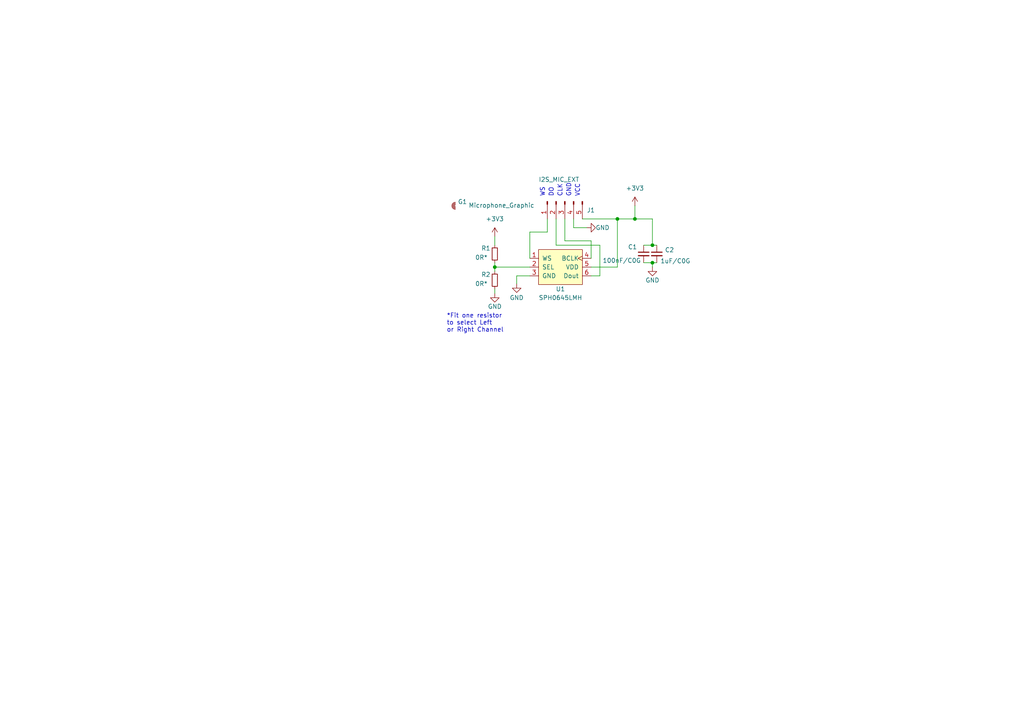
<source format=kicad_sch>
(kicad_sch (version 20211123) (generator eeschema)
  (paper "A4")
  (title_block (title "Sensors Endpiece Board v0.1") (date "2022-06-30") (rev "1.0") (company "TeamOpenSmartGlasses") (comment 1 "Design: Paul Hamilton") (comment 2 "License: MIT"))
  (lib_symbols
    (symbol "Connector:Conn_01x05_Male" (pin_names (offset 1.016) hide)
      (property "Reference" "J" (at 0 7.62 0))
      (property "Value" "Conn_01x05_Male" (at 0 -7.62 0))
      (symbol "Conn_01x05_Male_1_1"
        (polyline (pts (xy 1.27 -5.08) (xy 0.8636 -5.08)) (stroke (width 0.1524)))
        (polyline (pts (xy 1.27 -2.54) (xy 0.8636 -2.54)) (stroke (width 0.1524)))
        (polyline (pts (xy 1.27 0) (xy 0.8636 0)) (stroke (width 0.1524)))
        (polyline (pts (xy 1.27 2.54) (xy 0.8636 2.54)) (stroke (width 0.1524)))
        (polyline (pts (xy 1.27 5.08) (xy 0.8636 5.08)) (stroke (width 0.1524)))
        (rectangle (start 0.8636 -4.953) (end 0 -5.207) (stroke (width 0.1524)) (fill (type outline)))
        (rectangle (start 0.8636 -2.413) (end 0 -2.667) (stroke (width 0.1524)) (fill (type outline)))
        (rectangle (start 0.8636 0.127) (end 0 -0.127) (stroke (width 0.1524)) (fill (type outline)))
        (rectangle (start 0.8636 2.667) (end 0 2.413) (stroke (width 0.1524)) (fill (type outline)))
        (rectangle (start 0.8636 5.207) (end 0 4.953) (stroke (width 0.1524)) (fill (type outline)))
        (pin passive line (at 5.08 5.08 180) (length 3.81) (name "Pin_1") (number "1"))
        (pin passive line (at 5.08 2.54 180) (length 3.81) (name "Pin_2") (number "2"))
        (pin passive line (at 5.08 0 180) (length 3.81) (name "Pin_3") (number "3"))
        (pin passive line (at 5.08 -2.54 180) (length 3.81) (name "Pin_4") (number "4"))
        (pin passive line (at 5.08 -5.08 180) (length 3.81) (name "Pin_5") (number "5"))
      )
    )
    (symbol "Device:C_Small" (pin_numbers hide) (pin_names (offset 0.254) hide)
      (property "Reference" "C" (at 0.254 1.778 0))
      (property "Value" "C_Small" (at 0.254 -2.032 0))
      (symbol "C_Small_0_1"
        (polyline (pts (xy -1.524 -0.508) (xy 1.524 -0.508)) (stroke (width 0.3302)))
        (polyline (pts (xy -1.524 0.508) (xy 1.524 0.508)) (stroke (width 0.3048)))
      )
      (symbol "C_Small_1_1"
        (pin passive line (at 0 2.54 270) (length 2.032) (name "~") (number "1"))
        (pin passive line (at 0 -2.54 90) (length 2.032) (name "~") (number "2"))
      )
    )
    (symbol "Device:R_Small" (pin_numbers hide) (pin_names (offset 0.254) hide)
      (property "Reference" "R" (at 0.762 0.508 0))
      (property "Value" "R_Small" (at 0.762 -1.016 0))
      (symbol "R_Small_0_1"
        (rectangle (start -0.762 1.778) (end 0.762 -1.778) (stroke (width 0.2032)))
      )
      (symbol "R_Small_1_1"
        (pin passive line (at 0 2.54 270) (length 0.762) (name "~") (number "1"))
        (pin passive line (at 0 -2.54 90) (length 0.762) (name "~") (number "2"))
      )
    )
    (symbol "OSSG_components_lib:SPH0645LMH" (pin_names (offset 1.016))
      (property "Reference" "U" (at 0 -6.35 0))
      (property "Value" "SPH0645LMH" (at 0 6.35 0))
      (symbol "SPH0645LMH_0_1"
        (rectangle (start -6.35 5.08) (end 6.35 -5.08) (fill (type background)))
      )
      (symbol "SPH0645LMH_1_1"
        (pin input line (at -8.89 2.54 0) (length 2.54) (name "WS") (number "1"))
        (pin input line (at -8.89 0 0) (length 2.54) (name "SEL") (number "2"))
        (pin power_in line (at -8.89 -2.54 0) (length 2.54) (name "GND") (number "3"))
        (pin input clock (at 8.89 2.54 180) (length 2.54) (name "BCLK") (number "4"))
        (pin power_in line (at 8.89 0 180) (length 2.54) (name "VDD") (number "5"))
        (pin output line (at 8.89 -2.54 180) (length 2.54) (name "Dout") (number "6"))
      )
      (symbol "SPH0645LMH_1_2"
        (pin input line (at -11.43 2.54 0) (length 5.08) (name "WS") (number "1"))
        (pin input line (at -11.43 0 0) (length 5.08) (name "SEL") (number "2"))
        (pin input line (at -11.43 -2.54 0) (length 5.08) (name "GND") (number "3"))
        (pin input line (at 11.43 2.54 180) (length 5.08) (name "BCLK") (number "4"))
        (pin input line (at 11.43 0 180) (length 5.08) (name "VDD") (number "5"))
        (pin input line (at 11.43 -2.54 180) (length 5.08) (name "Dout") (number "6"))
      )
    )
    (symbol "microphone-rescue:Microphone_Graphic-Pauls_Symbol_Library" (pin_names (offset 1.016))
      (property "Reference" "G" (at 0 -2.286 0))
      (property "Value" "Microphone_Graphic-Pauls_Symbol_Library" (at -1.016 2.032 0))
      (symbol "Microphone_Graphic-Pauls_Symbol_Library_0_1"
        (arc (start 0 0.254) (mid -0.254 0) (end 0 -0.254))
        (arc (start 0 0.508) (mid -0.508 0) (end 0 -0.508))
        (arc (start 0 0.762) (mid -0.762 0) (end 0 -0.762))
        (arc (start 0 1.016) (mid -1.016 0) (end 0 -1.016))
      )
    )
    (symbol "power:+3V3" (power) (pin_names (offset 0))
      (property "Value" "+3V3" (at 0 3.556 0))
      (symbol "+3V3_0_1"
        (polyline (pts (xy -0.762 1.27) (xy 0 2.54)))
        (polyline (pts (xy 0 0) (xy 0 2.54)))
        (polyline (pts (xy 0 2.54) (xy 0.762 1.27)))
      )
      (symbol "+3V3_1_1"
        (pin power_in line (at 0 0 90) (length 0) hide (name "+3V3") (number "1"))
      )
    )
    (symbol "power:GND" (power) (pin_names (offset 0))
      (property "Value" "GND" (at 0 -3.81 0))
      (symbol "GND_0_1"
        (polyline (pts (xy 0 0) (xy 0 -1.27) (xy 1.27 -1.27) (xy 0 -2.54) (xy -1.27 -1.27) (xy 0 -1.27)))
      )
      (symbol "GND_1_1"
        (pin power_in line (at 0 0 270) (length 0) hide (name "GND") (number "1"))
      )
    )
  )
  (junction (at 179.07 63.5))
  (junction (at 143.51 77.47))
  (junction (at 184.15 63.5))
  (junction (at 189.23 76.2))
  (junction (at 189.23 71.12))
  (wire (pts (xy 179.07 77.47) (xy 171.45 77.47)))
  (wire (pts (xy 143.51 68.58) (xy 143.51 71.12)))
  (wire (pts (xy 163.83 69.85) (xy 171.45 69.85)))
  (wire (pts (xy 143.51 83.82) (xy 143.51 85.09)))
  (wire (pts (xy 173.99 80.01) (xy 171.45 80.01)))
  (wire (pts (xy 173.99 71.12) (xy 173.99 80.01)))
  (wire (pts (xy 153.67 67.31) (xy 153.67 74.93)))
  (wire (pts (xy 143.51 77.47) (xy 153.67 77.47)))
  (wire (pts (xy 158.75 67.31) (xy 153.67 67.31)))
  (wire (pts (xy 189.23 76.2) (xy 189.23 77.47)))
  (wire (pts (xy 189.23 63.5) (xy 189.23 71.12)))
  (wire (pts (xy 143.51 76.2) (xy 143.51 77.47)))
  (wire (pts (xy 161.29 63.5) (xy 161.29 71.12)))
  (wire (pts (xy 189.23 76.2) (xy 190.5 76.2)))
  (wire (pts (xy 171.45 69.85) (xy 171.45 74.93)))
  (wire (pts (xy 186.69 71.12) (xy 189.23 71.12)))
  (wire (pts (xy 153.67 80.01) (xy 149.86 80.01)))
  (wire (pts (xy 184.15 63.5) (xy 189.23 63.5)))
  (wire (pts (xy 168.91 63.5) (xy 179.07 63.5)))
  (wire (pts (xy 166.37 63.5) (xy 166.37 66.04)))
  (wire (pts (xy 163.83 63.5) (xy 163.83 69.85)))
  (wire (pts (xy 179.07 63.5) (xy 184.15 63.5)))
  (wire (pts (xy 161.29 71.12) (xy 173.99 71.12)))
  (wire (pts (xy 186.69 76.2) (xy 189.23 76.2)))
  (wire (pts (xy 158.75 63.5) (xy 158.75 67.31)))
  (wire (pts (xy 149.86 80.01) (xy 149.86 82.296)))
  (wire (pts (xy 179.07 63.5) (xy 179.07 77.47)))
  (wire (pts (xy 166.37 66.04) (xy 170.18 66.04)))
  (wire (pts (xy 143.51 77.47) (xy 143.51 78.74)))
  (wire (pts (xy 189.23 71.12) (xy 190.5 71.12)))
  (wire (pts (xy 184.15 59.69) (xy 184.15 63.5)))
  (text "DO" (at 160.655 57.15 90) (effects (font (size 1.27 1.27)) (justify left bottom)))
  (text "WS" (at 158.115 57.15 90) (effects (font (size 1.27 1.27)) (justify left bottom)))
  (text "CLK" (at 163.195 57.15 90) (effects (font (size 1.27 1.27)) (justify left bottom)))
  (text "*Fit one resistor\nto select Left \nor Right Channel" (at 129.54 96.52 0) (effects (font (size 1.27 1.27)) (justify left bottom)))
  (text "GND" (at 165.735 57.15 90) (effects (font (size 1.27 1.27)) (justify left bottom)))
  (text "VCC" (at 168.275 57.15 90) (effects (font (size 1.27 1.27)) (justify left bottom)))
  (symbol (lib_id "Device:C_Small") (at 186.69 73.66 0) (unit 1)
    (property "Reference" "C1" (at 182.118 71.628 0) (effects (justify left)))
    (property "Value" "100nF/C0G" (at 174.752 75.565 0) (effects (justify left)))
    (property "Footprint" "Capacitor_SMD:C_0402_1005Metric" (effects hide))
  )
  (symbol (lib_id "Device:R_Small") (at 143.51 81.28 0) (unit 1)
    (property "Reference" "R2" (at 139.573 79.629 0) (effects (justify left)))
    (property "Value" "0R*" (at 137.795 82.296 0) (effects (justify left)))
    (property "Footprint" "Resistor_SMD:R_0402_1005Metric" (effects hide))
  )
  (symbol (lib_id "Device:C_Small") (at 190.5 73.66 0) (unit 1)
    (property "Reference" "C2" (at 192.8368 72.4916 0) (effects (justify left)))
    (property "Value" "1uF/C0G" (at 191.516 75.692 0) (effects (justify left)))
    (property "Footprint" "Capacitor_SMD:C_0402_1005Metric" (effects hide))
  )
  (symbol (lib_id "Device:R_Small") (at 143.51 73.66 0) (unit 1)
    (property "Reference" "R1" (at 139.573 72.009 0) (effects (justify left)))
    (property "Value" "0R*" (at 137.795 74.676 0) (effects (justify left)))
    (property "Footprint" "Resistor_SMD:R_0402_1005Metric" (effects hide))
  )
  (symbol (lib_id "microphone-rescue:Microphone_Graphic-Pauls_Symbol_Library") (at 132.08 59.69 0) (unit 1)
    (property "Reference" "G1" (at 132.7912 58.5216 0) (effects (justify left)))
    (property "Value" "Microphone_Graphic" (at 135.89 59.563 0) (effects (justify left)))
    (property "Footprint" "Pauls_KiCAD_Libraries:Microhone_Graphic_sml" (effects hide))
  )
  (symbol (lib_id "Connector:Conn_01x05_Male") (at 163.83 58.42 90) (mirror x) (unit 1)
    (property "Reference" "J1" (at 170.18 60.96 90) (effects (justify right)))
    (property "Value" "I2S_MIC_EXT" (at 156.21 52.07 90) (effects (justify right)))
    (property "Footprint" "OSSG_footprints_endpiece:Solder-5P-Connector" (effects hide))
  )
  (symbol (lib_id "power:GND") (at 189.23 77.47 0) (unit 1)
    (property "Reference" "#PWR0101" (effects hide))
    (property "Value" "GND" (at 189.23 81.28 0))
  )
  (symbol (lib_id "power:GND") (at 170.18 66.04 90) (unit 1)
    (property "Reference" "#PWR0102" (effects hide))
    (property "Value" "GND" (at 172.72 66.04 90) (effects (justify right)))
  )
  (symbol (lib_id "power:+3V3") (at 184.15 59.69 0) (unit 1)
    (property "Reference" "#PWR0106" (effects hide))
    (property "Value" "+3V3" (at 184.15 54.61 0))
  )
  (symbol (lib_id "OSSG_components_lib:SPH0645LMH") (at 162.56 77.47 0) (unit 1)
    (property "Reference" "U1" (at 162.56 83.82 0))
    (property "Value" "SPH0645LMH" (at 162.56 86.36 0))
    (property "Footprint" "OSSG_footprints_endpiece:MIC_SPH0645LM4H-B" (effects hide))
  )
  (symbol (lib_id "power:GND") (at 149.86 82.296 0) (unit 1)
    (property "Reference" "#PWR0104" (effects hide))
    (property "Value" "GND" (at 149.86 86.36 0))
  )
  (symbol (lib_id "power:+3V3") (at 143.51 68.58 0) (unit 1)
    (property "Reference" "#PWR0103" (effects hide))
    (property "Value" "+3V3" (at 143.51 63.5 0))
  )
  (symbol (lib_id "power:GND") (at 143.51 85.09 0) (unit 1)
    (property "Reference" "#PWR0105" (effects hide))
    (property "Value" "GND" (at 143.51 88.9 0))
  )
)
</source>
